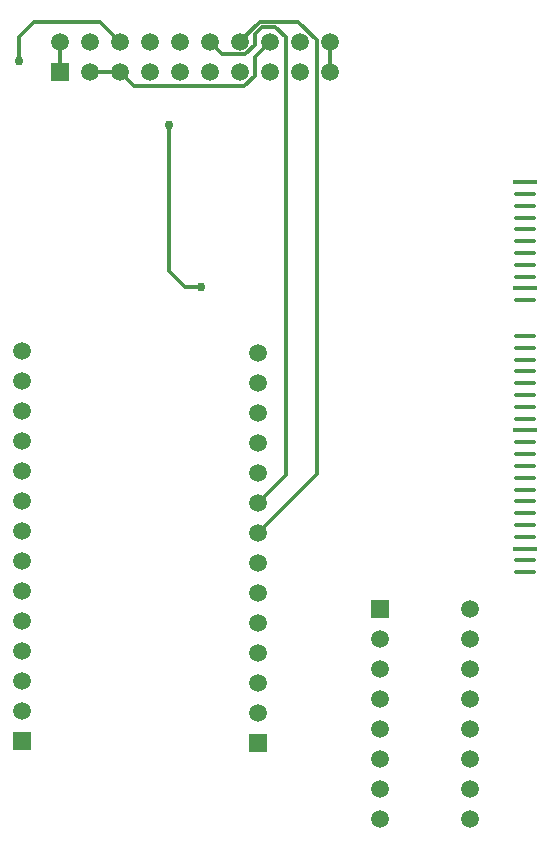
<source format=gbl>
G04*
G04 #@! TF.GenerationSoftware,Altium Limited,Altium Designer,19.0.10 (269)*
G04*
G04 Layer_Physical_Order=2*
G04 Layer_Color=16711680*
%FSLAX24Y24*%
%MOIN*%
G70*
G01*
G75*
%ADD21O,0.0787X0.0138*%
%ADD22R,0.0787X0.0138*%
%ADD42C,0.0120*%
%ADD43R,0.0591X0.0591*%
%ADD44C,0.0591*%
%ADD45R,0.0591X0.0591*%
%ADD46C,0.0300*%
D21*
X17950Y10525D02*
D03*
Y10919D02*
D03*
Y11706D02*
D03*
Y12100D02*
D03*
Y12494D02*
D03*
Y12887D02*
D03*
Y13281D02*
D03*
Y13675D02*
D03*
Y14069D02*
D03*
Y14462D02*
D03*
Y14856D02*
D03*
Y15643D02*
D03*
Y16037D02*
D03*
Y16431D02*
D03*
Y16824D02*
D03*
Y17218D02*
D03*
Y17612D02*
D03*
Y18006D02*
D03*
Y18399D02*
D03*
Y23136D02*
D03*
Y22743D02*
D03*
Y22349D02*
D03*
Y21955D02*
D03*
Y21561D02*
D03*
Y21168D02*
D03*
Y20774D02*
D03*
Y20380D02*
D03*
Y19593D02*
D03*
D22*
Y11313D02*
D03*
Y15250D02*
D03*
Y23530D02*
D03*
Y19987D02*
D03*
D42*
X1070Y27570D02*
Y28350D01*
X1590Y28870D01*
X3780D01*
X9102Y28880D02*
X10390D01*
X8450Y28228D02*
X9102Y28880D01*
X8450Y28200D02*
Y28228D01*
X10390Y28880D02*
X11010Y28260D01*
X8622Y27785D02*
X8950Y28113D01*
X7865Y27785D02*
X8622D01*
X7450Y28200D02*
X7865Y27785D01*
X9630Y28690D02*
X9970Y28350D01*
X9166Y28690D02*
X9630D01*
X8950Y28474D02*
X9166Y28690D01*
X8950Y28113D02*
Y28474D01*
X3780Y28870D02*
X4450Y28200D01*
X6090Y20570D02*
Y25420D01*
Y20570D02*
X6620Y20040D01*
X7140D01*
X9970Y13757D02*
Y28350D01*
X9055Y12843D02*
X9970Y13757D01*
X11010Y13797D02*
Y28260D01*
X9055Y11843D02*
X11010Y13797D01*
X11450Y27200D02*
Y28200D01*
X8940Y27690D02*
X9450Y28200D01*
X8940Y27070D02*
Y27690D01*
X8590Y26720D02*
X8940Y27070D01*
X4920Y26720D02*
X8590D01*
X4450Y27200D02*
X4920Y26730D01*
Y26720D02*
Y26730D01*
X2450Y27200D02*
Y28200D01*
X3450Y27200D02*
X4450D01*
D43*
X2450D02*
D03*
X13132Y9302D02*
D03*
D44*
X2450Y28200D02*
D03*
X3450Y27200D02*
D03*
Y28200D02*
D03*
X4450Y27200D02*
D03*
Y28200D02*
D03*
X5450Y27200D02*
D03*
Y28200D02*
D03*
X6450Y27200D02*
D03*
Y28200D02*
D03*
X7450Y27200D02*
D03*
Y28200D02*
D03*
X8450Y27200D02*
D03*
Y28200D02*
D03*
X9450Y27200D02*
D03*
Y28200D02*
D03*
X10450Y27200D02*
D03*
Y28200D02*
D03*
X11450Y27200D02*
D03*
Y28200D02*
D03*
X16132Y2302D02*
D03*
Y3302D02*
D03*
Y4302D02*
D03*
Y5302D02*
D03*
Y6302D02*
D03*
Y7302D02*
D03*
Y8302D02*
D03*
Y9302D02*
D03*
X13132Y2302D02*
D03*
Y3302D02*
D03*
Y4302D02*
D03*
Y5302D02*
D03*
Y6302D02*
D03*
Y7302D02*
D03*
Y8302D02*
D03*
X9055Y5843D02*
D03*
Y6843D02*
D03*
Y7843D02*
D03*
Y8843D02*
D03*
Y9843D02*
D03*
Y10843D02*
D03*
Y11843D02*
D03*
Y12843D02*
D03*
Y13843D02*
D03*
Y14843D02*
D03*
Y15843D02*
D03*
Y16843D02*
D03*
Y17843D02*
D03*
X1181Y5906D02*
D03*
Y6906D02*
D03*
Y7906D02*
D03*
Y8906D02*
D03*
Y9906D02*
D03*
Y10906D02*
D03*
Y11906D02*
D03*
Y12906D02*
D03*
Y13906D02*
D03*
Y14906D02*
D03*
Y15906D02*
D03*
Y16906D02*
D03*
Y17906D02*
D03*
D45*
X9055Y4843D02*
D03*
X1181Y4906D02*
D03*
D46*
X1070Y27570D02*
D03*
X6090Y25420D02*
D03*
X7140Y20040D02*
D03*
M02*

</source>
